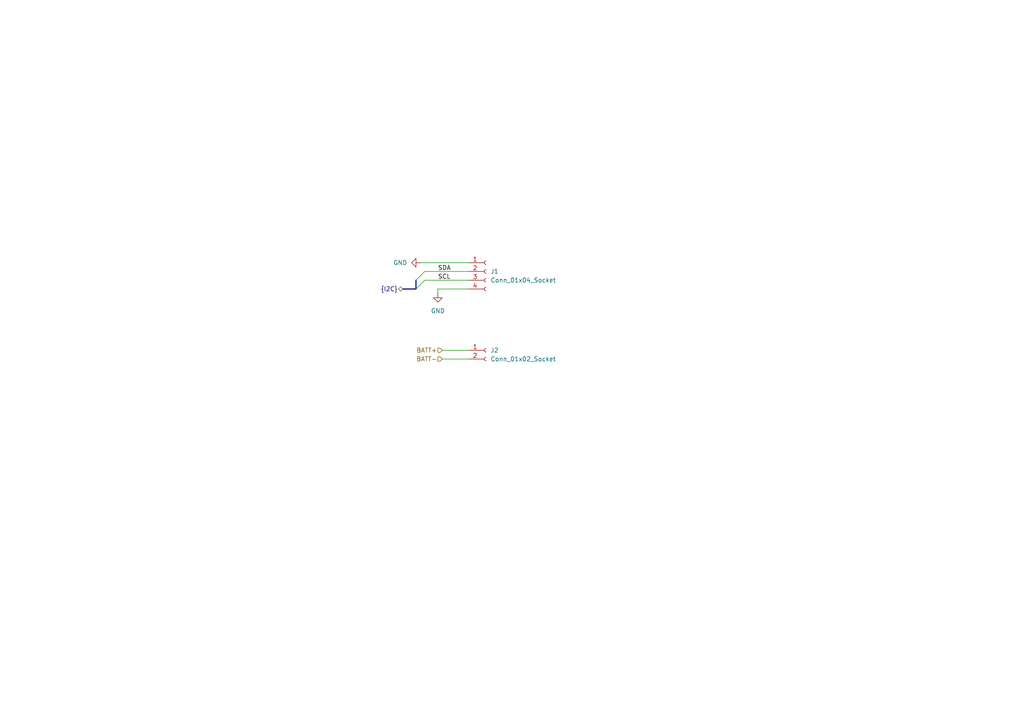
<source format=kicad_sch>
(kicad_sch (version 20250114) (generator "eeschema") (generator_version "9.0")
  (paper "A4")
  (lib_symbols
    (symbol "Connector:Conn_01x02_Socket" (pin_names (offset 1.016) (hide yes))
      (property "Reference" "J" (at 0 2.54 0))
      (property "Value" "Conn_01x02_Socket" (at 0 -5.08 0))
      (symbol "Conn_01x02_Socket_1_1"
        (polyline (pts (xy -1.27 0) (xy -0.508 0)) (stroke (width 0.1524)))
        (polyline (pts (xy -1.27 -2.54) (xy -0.508 -2.54)) (stroke (width 0.1524)))
        (arc (start 0 -0.508) (mid -0.5058 0) (end 0 0.508) (stroke (width 0.1524)))
        (arc (start 0 -3.048) (mid -0.5058 -2.54) (end 0 -2.032) (stroke (width 0.1524)))
        (pin passive line (at -5.08 0 0) (length 3.81) (name "Pin_1") (number "1"))
        (pin passive line (at -5.08 -2.54 0) (length 3.81) (name "Pin_2") (number "2"))
      )
    )
    (symbol "Connector:Conn_01x04_Socket" (pin_names (offset 1.016) (hide yes))
      (property "Reference" "J" (at 0 5.08 0))
      (property "Value" "Conn_01x04_Socket" (at 0 -7.62 0))
      (symbol "Conn_01x04_Socket_1_1"
        (polyline (pts (xy -1.27 2.54) (xy -0.508 2.54)) (stroke (width 0.1524)))
        (polyline (pts (xy -1.27 0) (xy -0.508 0)) (stroke (width 0.1524)))
        (polyline (pts (xy -1.27 -2.54) (xy -0.508 -2.54)) (stroke (width 0.1524)))
        (polyline (pts (xy -1.27 -5.08) (xy -0.508 -5.08)) (stroke (width 0.1524)))
        (arc (start 0 2.032) (mid -0.5058 2.54) (end 0 3.048) (stroke (width 0.1524)))
        (arc (start 0 -0.508) (mid -0.5058 0) (end 0 0.508) (stroke (width 0.1524)))
        (arc (start 0 -3.048) (mid -0.5058 -2.54) (end 0 -2.032) (stroke (width 0.1524)))
        (arc (start 0 -5.588) (mid -0.5058 -5.08) (end 0 -4.572) (stroke (width 0.1524)))
        (pin passive line (at -5.08 2.54 0) (length 3.81) (name "Pin_1") (number "1"))
        (pin passive line (at -5.08 0 0) (length 3.81) (name "Pin_2") (number "2"))
        (pin passive line (at -5.08 -2.54 0) (length 3.81) (name "Pin_3") (number "3"))
        (pin passive line (at -5.08 -5.08 0) (length 3.81) (name "Pin_4") (number "4"))
      )
    )
    (symbol "power:GND" (power) (pin_numbers (hide yes)) (pin_names (offset 0) (hide yes))
      (property "Value" "GND" (at 0 -3.81 0))
      (symbol "GND_0_1"
        (polyline (pts (xy 0 0) (xy 0 -1.27) (xy 1.27 -1.27) (xy 0 -2.54) (xy -1.27 -1.27) (xy 0 -1.27)))
      )
      (symbol "GND_1_1"
        (pin power_in line (at 0 0 270) (length 0) (name "~") (number "1"))
      )
    )
  )
  (bus_entry (at 123.19 78.74) (size -2.54 2.54))
  (bus_entry (at 123.19 81.28) (size -2.54 2.54))
  (wire (pts (xy 123.19 78.74) (xy 135.89 78.74)))
  (bus (pts (xy 120.65 81.28) (xy 120.65 83.82)))
  (wire (pts (xy 135.89 76.2) (xy 121.92 76.2)))
  (wire (pts (xy 128.27 104.14) (xy 135.89 104.14)))
  (wire (pts (xy 123.19 81.28) (xy 135.89 81.28)))
  (wire (pts (xy 127 83.82) (xy 127 85.09)))
  (bus (pts (xy 116.84 83.82) (xy 120.65 83.82)))
  (wire (pts (xy 135.89 83.82) (xy 127 83.82)))
  (wire (pts (xy 128.27 101.6) (xy 135.89 101.6)))
  (label "SDA" (at 127 78.74 0))
  (label "SCL" (at 127 81.28 0))
  (hierarchical_label "BATT+" (shape input) (at 128.27 101.6 180))
  (hierarchical_label "{I2C}" (shape bidirectional) (at 116.84 83.82 180))
  (hierarchical_label "BATT-" (shape input) (at 128.27 104.14 180))
  (symbol (lib_id "power:GND") (at 127 85.09 0) (unit 1)
    (property "Reference" "#PWR02" (effects (hide yes)))
    (property "Value" "GND" (at 127 90.17 0))
    (property "Description" "Power symbol creates a global label with name \"GND\" , ground" (effects (hide yes)))
  )
  (symbol (lib_id "Connector:Conn_01x04_Socket") (at 140.97 78.74 0) (unit 1)
    (property "Reference" "J1" (at 142.24 78.7399 0) (effects (justify left)))
    (property "Value" "Conn_01x04_Socket" (at 142.24 81.2799 0) (effects (justify left)))
    (property "Description" "Generic connector, single row, 01x04, script generated" (effects (hide yes)))
  )
  (symbol (lib_id "power:GND") (at 121.92 76.2 270) (unit 1)
    (property "Reference" "#PWR01" (effects (hide yes)))
    (property "Value" "GND" (at 118.11 76.1999 90) (effects (justify right)))
    (property "Description" "Power symbol creates a global label with name \"GND\" , ground" (effects (hide yes)))
  )
  (symbol (lib_id "Connector:Conn_01x02_Socket") (at 140.97 101.6 0) (unit 1)
    (property "Reference" "J2" (at 142.24 101.5999 0) (effects (justify left)))
    (property "Value" "Conn_01x02_Socket" (at 142.24 104.1399 0) (effects (justify left)))
    (property "Description" "Generic connector, single row, 01x02, script generated" (effects (hide yes)))
  )
)
</source>
